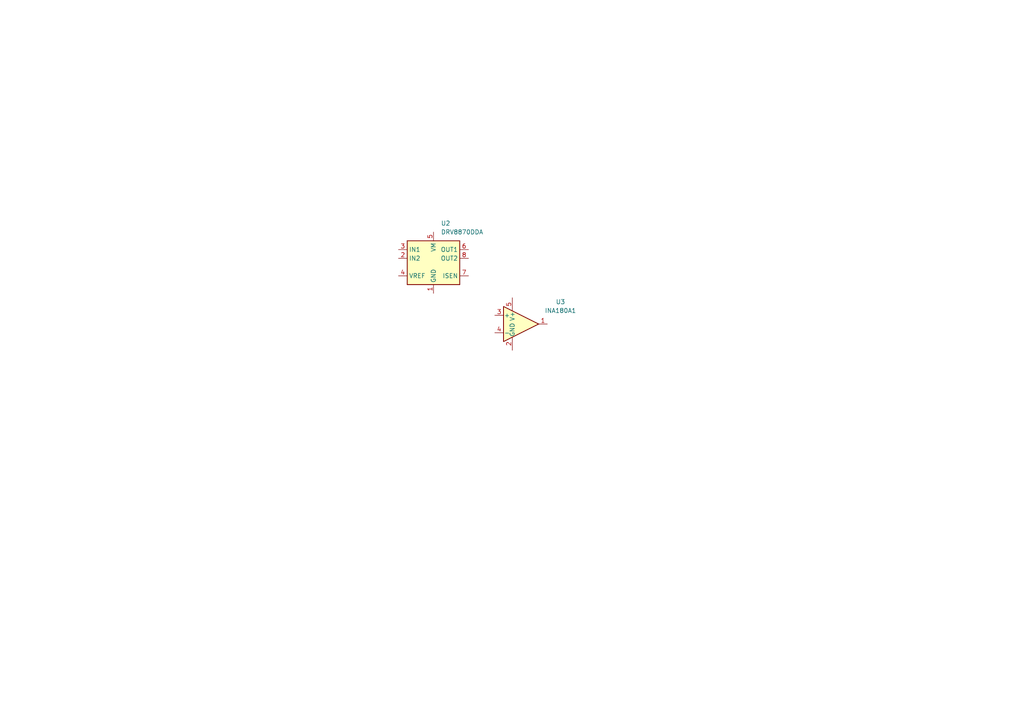
<source format=kicad_sch>
(kicad_sch (version 20250114) (generator "eeschema") (generator_version "9.0")
  (paper "A4")
  (lib_symbols
    (symbol "Amplifier_Current:INA180A1" (pin_names (offset 0.127))
      (property "Reference" "U" (at 3.81 3.81 0))
      (property "Value" "INA180A1" (at 3.81 -2.54 0))
      (symbol "INA180A1_0_1"
        (polyline (pts (xy 5.08 0) (xy -5.08 5.08) (xy -5.08 -5.08) (xy 5.08 0)) (stroke (width 0.254)) (fill (type background)))
      )
      (symbol "INA180A1_1_1"
        (pin input line (at -7.62 2.54 0) (length 2.54) (name "+") (number "3"))
        (pin input line (at -7.62 -2.54 0) (length 2.54) (name "-") (number "4"))
        (pin power_in line (at -2.54 7.62 270) (length 3.81) (name "V+") (number "5"))
        (pin power_in line (at -2.54 -7.62 90) (length 3.81) (name "GND") (number "2"))
        (pin output line (at 7.62 0 180) (length 2.54) (name "~") (number "1"))
      )
    )
    (symbol "Driver_Motor:DRV8870DDA"
      (property "Reference" "U" (at -6.35 6.35 0))
      (property "Value" "DRV8870DDA" (at 8.89 6.35 0))
      (symbol "DRV8870DDA_0_1"
        (rectangle (start -7.62 5.08) (end 7.62 -7.62) (stroke (width 0.254)) (fill (type background)))
      )
      (symbol "DRV8870DDA_1_1"
        (pin input line (at -10.16 2.54 0) (length 2.54) (name "IN1") (number "3"))
        (pin input line (at -10.16 0 0) (length 2.54) (name "IN2") (number "2"))
        (pin input line (at -10.16 -5.08 0) (length 2.54) (name "VREF") (number "4"))
        (pin power_in line (at 0 7.62 270) (length 2.54) (name "VM") (number "5"))
        (pin power_in line (at 0 -10.16 90) (length 2.54) (name "GND") (number "1"))
        (pin passive line (at 0 -10.16 90) (length 2.54) (hide yes) (name "GND") (number "9"))
        (pin output line (at 10.16 2.54 180) (length 2.54) (name "OUT1") (number "6"))
        (pin output line (at 10.16 0 180) (length 2.54) (name "OUT2") (number "8"))
        (pin passive line (at 10.16 -5.08 180) (length 2.54) (name "ISEN") (number "7"))
      )
    )
  )
  (symbol (lib_id "Driver_Motor:DRV8870DDA") (at 125.73 74.93 0) (unit 1)
    (property "Reference" "U2" (at 127.8733 64.77 0) (effects (justify left)))
    (property "Value" "DRV8870DDA" (at 127.8733 67.31 0) (effects (justify left)))
    (property "Footprint" "Package_SO:Texas_HTSOP-8-1EP_3.9x4.9mm_P1.27mm_EP2.95x4.9mm_Mask2.4x3.1mm_ThermalVias" (effects (hide yes)))
    (property "Datasheet" "http://www.ti.com/lit/ds/symlink/drv8870.pdf" (effects (hide yes)))
    (property "Description" "Brushed DC Motor Driver, PWM Control, 45V, 3.6A, Dynamic current limiting, HTSOP-8" (effects (hide yes)))
  )
  (symbol (lib_id "Amplifier_Current:INA180A1") (at 151.13 93.98 0) (unit 1)
    (property "Reference" "U3" (at 162.56 87.5598 0))
    (property "Value" "INA180A1" (at 162.56 90.0998 0))
    (property "Footprint" "Package_TO_SOT_SMD:SOT-23-5" (effects (hide yes)))
    (property "Datasheet" "http://www.ti.com/lit/ds/symlink/ina180.pdf" (effects (hide yes)))
    (property "Description" "Current Sense Amplifier, 1 Circuit, Rail-to-Rail, 26V, Gain 20 V/V, SOT-23-5" (effects (hide yes)))
  )
)
</source>
